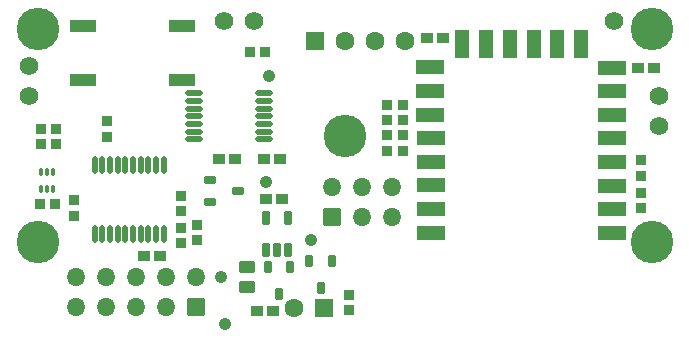
<source format=gbr>
%TF.GenerationSoftware,Altium Limited,Altium Designer,20.1.8 (145)*%
G04 Layer_Color=39423*
%FSLAX45Y45*%
%MOMM*%
%TF.SameCoordinates,106D5BB1-83B8-4C97-8579-1C7B844FC3FF*%
%TF.FilePolarity,Negative*%
%TF.FileFunction,Soldermask,Top*%
%TF.Part,Single*%
G01*
G75*
%TA.AperFunction,ViaPad*%
%ADD30C,3.60000*%
%TA.AperFunction,ComponentPad*%
%ADD38C,1.57600*%
%ADD39C,1.60000*%
G04:AMPARAMS|DCode=40|XSize=1.6mm|YSize=1.6mm|CornerRadius=0.2285mm|HoleSize=0mm|Usage=FLASHONLY|Rotation=0.000|XOffset=0mm|YOffset=0mm|HoleType=Round|Shape=RoundedRectangle|*
%AMROUNDEDRECTD40*
21,1,1.60000,1.14300,0,0,0.0*
21,1,1.14300,1.60000,0,0,0.0*
1,1,0.45700,0.57150,-0.57150*
1,1,0.45700,-0.57150,-0.57150*
1,1,0.45700,-0.57150,0.57150*
1,1,0.45700,0.57150,0.57150*
%
%ADD40ROUNDEDRECTD40*%
G04:AMPARAMS|DCode=41|XSize=1.576mm|YSize=1.526mm|CornerRadius=0.21925mm|HoleSize=0mm|Usage=FLASHONLY|Rotation=180.000|XOffset=0mm|YOffset=0mm|HoleType=Round|Shape=RoundedRectangle|*
%AMROUNDEDRECTD41*
21,1,1.57600,1.08750,0,0,180.0*
21,1,1.13750,1.52600,0,0,180.0*
1,1,0.43850,-0.56875,0.54375*
1,1,0.43850,0.56875,0.54375*
1,1,0.43850,0.56875,-0.54375*
1,1,0.43850,-0.56875,-0.54375*
%
%ADD41ROUNDEDRECTD41*%
%ADD42O,1.57600X1.52600*%
%TA.AperFunction,SMDPad,CuDef*%
%ADD49O,1.47600X0.52600*%
G04:AMPARAMS|DCode=50|XSize=0.926mm|YSize=0.976mm|CornerRadius=0.0805mm|HoleSize=0mm|Usage=FLASHONLY|Rotation=270.000|XOffset=0mm|YOffset=0mm|HoleType=Round|Shape=RoundedRectangle|*
%AMROUNDEDRECTD50*
21,1,0.92600,0.81500,0,0,270.0*
21,1,0.76500,0.97600,0,0,270.0*
1,1,0.16100,-0.40750,-0.38250*
1,1,0.16100,-0.40750,0.38250*
1,1,0.16100,0.40750,0.38250*
1,1,0.16100,0.40750,-0.38250*
%
%ADD50ROUNDEDRECTD50*%
%ADD51C,1.07600*%
G04:AMPARAMS|DCode=52|XSize=0.676mm|YSize=0.976mm|CornerRadius=0.068mm|HoleSize=0mm|Usage=FLASHONLY|Rotation=90.000|XOffset=0mm|YOffset=0mm|HoleType=Round|Shape=RoundedRectangle|*
%AMROUNDEDRECTD52*
21,1,0.67600,0.84000,0,0,90.0*
21,1,0.54000,0.97600,0,0,90.0*
1,1,0.13600,0.42000,0.27000*
1,1,0.13600,0.42000,-0.27000*
1,1,0.13600,-0.42000,-0.27000*
1,1,0.13600,-0.42000,0.27000*
%
%ADD52ROUNDEDRECTD52*%
G04:AMPARAMS|DCode=53|XSize=0.676mm|YSize=0.976mm|CornerRadius=0.068mm|HoleSize=0mm|Usage=FLASHONLY|Rotation=0.000|XOffset=0mm|YOffset=0mm|HoleType=Round|Shape=RoundedRectangle|*
%AMROUNDEDRECTD53*
21,1,0.67600,0.84000,0,0,0.0*
21,1,0.54000,0.97600,0,0,0.0*
1,1,0.13600,0.27000,-0.42000*
1,1,0.13600,-0.27000,-0.42000*
1,1,0.13600,-0.27000,0.42000*
1,1,0.13600,0.27000,0.42000*
%
%ADD53ROUNDEDRECTD53*%
G04:AMPARAMS|DCode=54|XSize=0.326mm|YSize=0.626mm|CornerRadius=0.0505mm|HoleSize=0mm|Usage=FLASHONLY|Rotation=0.000|XOffset=0mm|YOffset=0mm|HoleType=Round|Shape=RoundedRectangle|*
%AMROUNDEDRECTD54*
21,1,0.32600,0.52500,0,0,0.0*
21,1,0.22500,0.62600,0,0,0.0*
1,1,0.10100,0.11250,-0.26250*
1,1,0.10100,-0.11250,-0.26250*
1,1,0.10100,-0.11250,0.26250*
1,1,0.10100,0.11250,0.26250*
%
%ADD54ROUNDEDRECTD54*%
G04:AMPARAMS|DCode=55|XSize=1.351mm|YSize=0.976mm|CornerRadius=0.083mm|HoleSize=0mm|Usage=FLASHONLY|Rotation=180.000|XOffset=0mm|YOffset=0mm|HoleType=Round|Shape=RoundedRectangle|*
%AMROUNDEDRECTD55*
21,1,1.35100,0.81000,0,0,180.0*
21,1,1.18500,0.97600,0,0,180.0*
1,1,0.16600,-0.59250,0.40500*
1,1,0.16600,0.59250,0.40500*
1,1,0.16600,0.59250,-0.40500*
1,1,0.16600,-0.59250,-0.40500*
%
%ADD55ROUNDEDRECTD55*%
G04:AMPARAMS|DCode=56|XSize=0.926mm|YSize=0.926mm|CornerRadius=0.0805mm|HoleSize=0mm|Usage=FLASHONLY|Rotation=90.000|XOffset=0mm|YOffset=0mm|HoleType=Round|Shape=RoundedRectangle|*
%AMROUNDEDRECTD56*
21,1,0.92600,0.76500,0,0,90.0*
21,1,0.76500,0.92600,0,0,90.0*
1,1,0.16100,0.38250,0.38250*
1,1,0.16100,0.38250,-0.38250*
1,1,0.16100,-0.38250,-0.38250*
1,1,0.16100,-0.38250,0.38250*
%
%ADD56ROUNDEDRECTD56*%
G04:AMPARAMS|DCode=57|XSize=0.926mm|YSize=0.926mm|CornerRadius=0.0805mm|HoleSize=0mm|Usage=FLASHONLY|Rotation=0.000|XOffset=0mm|YOffset=0mm|HoleType=Round|Shape=RoundedRectangle|*
%AMROUNDEDRECTD57*
21,1,0.92600,0.76500,0,0,0.0*
21,1,0.76500,0.92600,0,0,0.0*
1,1,0.16100,0.38250,-0.38250*
1,1,0.16100,-0.38250,-0.38250*
1,1,0.16100,-0.38250,0.38250*
1,1,0.16100,0.38250,0.38250*
%
%ADD57ROUNDEDRECTD57*%
%ADD58O,0.52600X1.47600*%
%TA.AperFunction,ConnectorPad*%
G04:AMPARAMS|DCode=59|XSize=1.176mm|YSize=2.376mm|CornerRadius=0.0435mm|HoleSize=0mm|Usage=FLASHONLY|Rotation=270.000|XOffset=0mm|YOffset=0mm|HoleType=Round|Shape=RoundedRectangle|*
%AMROUNDEDRECTD59*
21,1,1.17600,2.28900,0,0,270.0*
21,1,1.08900,2.37600,0,0,270.0*
1,1,0.08700,-1.14450,-0.54450*
1,1,0.08700,-1.14450,0.54450*
1,1,0.08700,1.14450,0.54450*
1,1,0.08700,1.14450,-0.54450*
%
%ADD59ROUNDEDRECTD59*%
G04:AMPARAMS|DCode=60|XSize=1.176mm|YSize=2.376mm|CornerRadius=0.0435mm|HoleSize=0mm|Usage=FLASHONLY|Rotation=0.000|XOffset=0mm|YOffset=0mm|HoleType=Round|Shape=RoundedRectangle|*
%AMROUNDEDRECTD60*
21,1,1.17600,2.28900,0,0,0.0*
21,1,1.08900,2.37600,0,0,0.0*
1,1,0.08700,0.54450,-1.14450*
1,1,0.08700,-0.54450,-1.14450*
1,1,0.08700,-0.54450,1.14450*
1,1,0.08700,0.54450,1.14450*
%
%ADD60ROUNDEDRECTD60*%
%TA.AperFunction,SMDPad,CuDef*%
G04:AMPARAMS|DCode=61|XSize=2.176mm|YSize=1.076mm|CornerRadius=0.088mm|HoleSize=0mm|Usage=FLASHONLY|Rotation=180.000|XOffset=0mm|YOffset=0mm|HoleType=Round|Shape=RoundedRectangle|*
%AMROUNDEDRECTD61*
21,1,2.17600,0.90000,0,0,180.0*
21,1,2.00000,1.07600,0,0,180.0*
1,1,0.17600,-1.00000,0.45000*
1,1,0.17600,1.00000,0.45000*
1,1,0.17600,1.00000,-0.45000*
1,1,0.17600,-1.00000,-0.45000*
%
%ADD61ROUNDEDRECTD61*%
G04:AMPARAMS|DCode=62|XSize=0.676mm|YSize=1.126mm|CornerRadius=0.068mm|HoleSize=0mm|Usage=FLASHONLY|Rotation=180.000|XOffset=0mm|YOffset=0mm|HoleType=Round|Shape=RoundedRectangle|*
%AMROUNDEDRECTD62*
21,1,0.67600,0.99000,0,0,180.0*
21,1,0.54000,1.12600,0,0,180.0*
1,1,0.13600,-0.27000,0.49500*
1,1,0.13600,0.27000,0.49500*
1,1,0.13600,0.27000,-0.49500*
1,1,0.13600,-0.27000,-0.49500*
%
%ADD62ROUNDEDRECTD62*%
D30*
X2800000Y1700000D02*
D03*
X200000Y800000D02*
D03*
Y2600000D02*
D03*
X5400000D02*
D03*
Y800000D02*
D03*
D38*
X5080000Y2667000D02*
D03*
X127000Y2286000D02*
D03*
X5461000Y2032000D02*
D03*
Y1778000D02*
D03*
X2032000Y2667000D02*
D03*
X1778000D02*
D03*
X127000Y2032000D02*
D03*
D39*
X3308000Y2500000D02*
D03*
X3054000D02*
D03*
X2800000D02*
D03*
X2367280Y242570D02*
D03*
D40*
X2546000Y2500000D02*
D03*
X2621280Y242570D02*
D03*
D41*
X1540004Y247460D02*
D03*
X2693799Y1009917D02*
D03*
D42*
X1286004Y247460D02*
D03*
X1032004D02*
D03*
X778004D02*
D03*
X524004D02*
D03*
Y501460D02*
D03*
X778004D02*
D03*
X1032004D02*
D03*
X1286004D02*
D03*
X1540004D02*
D03*
X2947799Y1009918D02*
D03*
X3201799Y1009917D02*
D03*
Y1263917D02*
D03*
X2947799Y1263917D02*
D03*
X2693799Y1263917D02*
D03*
D49*
X1522800Y1928660D02*
D03*
Y1863660D02*
D03*
Y1798660D02*
D03*
Y1733660D02*
D03*
Y2058660D02*
D03*
Y1993660D02*
D03*
Y1668660D02*
D03*
X2112800Y2058660D02*
D03*
Y1993660D02*
D03*
Y1928660D02*
D03*
Y1863660D02*
D03*
Y1798660D02*
D03*
Y1733660D02*
D03*
Y1668660D02*
D03*
D50*
X2112810Y1504400D02*
D03*
X2247810D02*
D03*
X1734620D02*
D03*
X1869620D02*
D03*
X3630225Y2531241D02*
D03*
X3495225D02*
D03*
X2058205Y218440D02*
D03*
X2193205D02*
D03*
X2129370Y1163320D02*
D03*
X2264370Y1163320D02*
D03*
X5417191Y2275629D02*
D03*
X5282192D02*
D03*
X1237620Y683268D02*
D03*
X1102620D02*
D03*
D51*
X2129370Y1304557D02*
D03*
X2160704Y2205578D02*
D03*
X2517140Y818916D02*
D03*
X1787187Y109220D02*
D03*
X1754344Y501460D02*
D03*
D52*
X1663000Y1325600D02*
D03*
Y1135600D02*
D03*
X1893000Y1230600D02*
D03*
D53*
X2595880Y408660D02*
D03*
X2500880Y638660D02*
D03*
X2690880D02*
D03*
X2337150Y589061D02*
D03*
X2147150D02*
D03*
X2242150Y359061D02*
D03*
D54*
X326868Y1251364D02*
D03*
X276868D02*
D03*
X226868D02*
D03*
Y1396364D02*
D03*
X276868D02*
D03*
X326868D02*
D03*
D55*
X1968491Y591980D02*
D03*
Y416740D02*
D03*
D56*
X1997419Y2406359D02*
D03*
X2127419D02*
D03*
X3159414Y1573089D02*
D03*
X3289414D02*
D03*
X3159414Y1962609D02*
D03*
X3289414D02*
D03*
Y1702929D02*
D03*
X3159414D02*
D03*
X3289414Y1832769D02*
D03*
X3159414D02*
D03*
X354328Y1627632D02*
D03*
X224328D02*
D03*
X224327Y1757277D02*
D03*
X354327D02*
D03*
X348853Y1122680D02*
D03*
X218853D02*
D03*
D57*
X1412580Y917970D02*
D03*
Y787970D02*
D03*
X2831820Y351068D02*
D03*
Y221068D02*
D03*
X5307669Y1490769D02*
D03*
Y1360769D02*
D03*
X783680Y1690605D02*
D03*
Y1820605D02*
D03*
X1548835Y943370D02*
D03*
Y813370D02*
D03*
X1412580Y1192806D02*
D03*
Y1062806D02*
D03*
X5307669Y1219130D02*
D03*
Y1089130D02*
D03*
X504190Y1152525D02*
D03*
Y1022525D02*
D03*
D58*
X682780Y868300D02*
D03*
X747780D02*
D03*
X812780D02*
D03*
X877780D02*
D03*
X942780D02*
D03*
X1007780D02*
D03*
X1072780D02*
D03*
X1137780D02*
D03*
X1202780D02*
D03*
X1267780D02*
D03*
X682780Y1453300D02*
D03*
X747780D02*
D03*
X812780D02*
D03*
X877780D02*
D03*
X942780D02*
D03*
X1007780D02*
D03*
X1072780D02*
D03*
X1137780D02*
D03*
X1202780D02*
D03*
X1267780D02*
D03*
D59*
X5066577Y878629D02*
D03*
Y2074969D02*
D03*
X3524477Y2278169D02*
D03*
X5066577Y1076749D02*
D03*
Y1277409D02*
D03*
Y1475529D02*
D03*
Y1678729D02*
D03*
Y1876849D02*
D03*
Y2275629D02*
D03*
X3524477Y2077509D02*
D03*
Y1879389D02*
D03*
X3527017Y1678729D02*
D03*
Y1478069D02*
D03*
Y1279949D02*
D03*
Y1076749D02*
D03*
Y878629D02*
D03*
D60*
X4797177Y2473909D02*
D03*
X4599057D02*
D03*
X4400937D02*
D03*
X4197737D02*
D03*
X3999617D02*
D03*
X3796417D02*
D03*
D61*
X580000Y2625000D02*
D03*
X1420000D02*
D03*
X580000Y2175000D02*
D03*
X1420000D02*
D03*
D62*
X2129370Y733991D02*
D03*
X2224370Y733991D02*
D03*
X2319370Y733991D02*
D03*
Y1003991D02*
D03*
X2129370D02*
D03*
%TF.MD5,b03b157f9ae70b8d9f0cfb7ddfd69156*%
M02*

</source>
